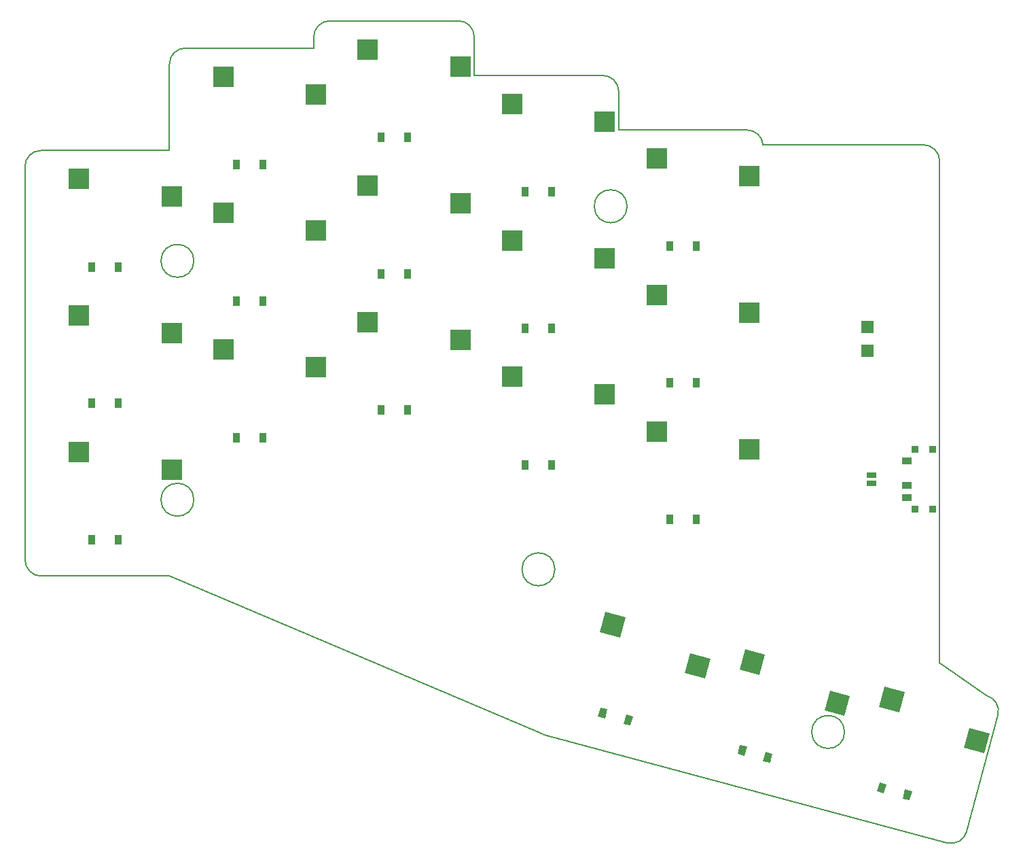
<source format=gbr>
G04 #@! TF.GenerationSoftware,KiCad,Pcbnew,5.1.5+dfsg1-2build2*
G04 #@! TF.CreationDate,2022-04-19T07:05:38+00:00*
G04 #@! TF.ProjectId,board,626f6172-642e-46b6-9963-61645f706362,v1.0.0*
G04 #@! TF.SameCoordinates,Original*
G04 #@! TF.FileFunction,Paste,Bot*
G04 #@! TF.FilePolarity,Positive*
%FSLAX46Y46*%
G04 Gerber Fmt 4.6, Leading zero omitted, Abs format (unit mm)*
G04 Created by KiCad (PCBNEW 5.1.5+dfsg1-2build2) date 2022-04-19 07:05:38*
%MOMM*%
%LPD*%
G04 APERTURE LIST*
G04 #@! TA.AperFunction,Profile*
%ADD10C,0.150000*%
G04 #@! TD*
%ADD11R,2.600000X2.600000*%
%ADD12R,0.900000X1.200000*%
%ADD13C,0.350000*%
%ADD14R,1.500000X1.500000*%
%ADD15R,1.143000X0.635000*%
%ADD16R,1.250000X0.900000*%
%ADD17R,0.900000X0.900000*%
G04 APERTURE END LIST*
D10*
X10000000Y-9500000D02*
X26000000Y-9500000D01*
X8000000Y-7500000D02*
X8000000Y41500000D01*
X10000000Y-9500000D02*
G75*
G02X8000000Y-7500000I0J2000000D01*
G01*
X26000000Y43500000D02*
X10000000Y43500000D01*
X8000000Y41500000D02*
G75*
G02X10000000Y43500000I2000000J0D01*
G01*
X44000000Y56250000D02*
X28000000Y56250000D01*
X26000000Y54250000D02*
G75*
G02X28000000Y56250000I2000000J0D01*
G01*
X26000000Y54250000D02*
X26000000Y43500000D01*
X64000000Y52850000D02*
X64000000Y57650000D01*
X62000000Y59650000D02*
G75*
G02X64000000Y57650000I0J-2000000D01*
G01*
X62000000Y59650000D02*
X46000000Y59650000D01*
X44000000Y57650000D02*
G75*
G02X46000000Y59650000I2000000J0D01*
G01*
X44000000Y57650000D02*
X44000000Y56250000D01*
X82000000Y46050000D02*
X82000000Y50850000D01*
X80000000Y52850000D02*
G75*
G02X82000000Y50850000I0J-2000000D01*
G01*
X80000000Y52850000D02*
X64000000Y52850000D01*
X98000000Y46050000D02*
G75*
G02X99994367Y44200000I0J-2000000D01*
G01*
X98000000Y46050000D02*
X82000000Y46050000D01*
X72707107Y-29274745D02*
X122935250Y-42733335D01*
X72707107Y-29274745D02*
G75*
G02X72197860Y-29059141I517638J1931852D01*
G01*
X125384739Y-41319122D02*
G75*
G02X122935250Y-42733335I-1931851J517638D01*
G01*
X125384740Y-41319122D02*
X129267025Y-26830234D01*
X127852812Y-24380745D02*
G75*
G02X129267025Y-26830234I-517638J-1931851D01*
G01*
X122000000Y-20297692D02*
X127852812Y-24380745D01*
X72197860Y-29059141D02*
X26000000Y-9500000D01*
X122000000Y-20297692D02*
X122000000Y42200000D01*
X120000000Y44200000D02*
G75*
G02X122000000Y42200000I0J-2000000D01*
G01*
X120000000Y44200000D02*
X99994367Y44200000D01*
X29050000Y29750000D02*
G75*
G03X29050000Y29750000I-2050000J0D01*
G01*
X29050000Y0D02*
G75*
G03X29050000Y0I-2050000J0D01*
G01*
X83050000Y36550000D02*
G75*
G03X83050000Y36550000I-2050000J0D01*
G01*
X74050000Y-8670000D02*
G75*
G03X74050000Y-8670000I-2050000J0D01*
G01*
X110153958Y-28924179D02*
G75*
G03X110153958Y-28924179I-2050000J0D01*
G01*
D11*
G04 #@! TO.C,S1*
X14725000Y5950000D03*
X26275000Y3750000D03*
G04 #@! TD*
D12*
G04 #@! TO.C,D1*
X19650000Y-5000000D03*
X16350000Y-5000000D03*
G04 #@! TD*
D11*
G04 #@! TO.C,S2*
X14725000Y22950000D03*
X26275000Y20750000D03*
G04 #@! TD*
D12*
G04 #@! TO.C,D2*
X19650000Y12000000D03*
X16350000Y12000000D03*
G04 #@! TD*
D11*
G04 #@! TO.C,S3*
X14725000Y39950000D03*
X26275000Y37750000D03*
G04 #@! TD*
D12*
G04 #@! TO.C,D3*
X19650000Y29000000D03*
X16350000Y29000000D03*
G04 #@! TD*
D11*
G04 #@! TO.C,S4*
X32725000Y18700000D03*
X44275000Y16500000D03*
G04 #@! TD*
D12*
G04 #@! TO.C,D4*
X37650000Y7750000D03*
X34350000Y7750000D03*
G04 #@! TD*
D11*
G04 #@! TO.C,S5*
X32725000Y35700000D03*
X44275000Y33500000D03*
G04 #@! TD*
D12*
G04 #@! TO.C,D5*
X37650000Y24750000D03*
X34350000Y24750000D03*
G04 #@! TD*
D11*
G04 #@! TO.C,S6*
X32725000Y52700000D03*
X44275000Y50500000D03*
G04 #@! TD*
D12*
G04 #@! TO.C,D6*
X37650000Y41750000D03*
X34350000Y41750000D03*
G04 #@! TD*
D11*
G04 #@! TO.C,S7*
X50725000Y22100000D03*
X62275000Y19900000D03*
G04 #@! TD*
D12*
G04 #@! TO.C,D7*
X55650000Y11150000D03*
X52350000Y11150000D03*
G04 #@! TD*
D11*
G04 #@! TO.C,S8*
X50725000Y39100000D03*
X62275000Y36900000D03*
G04 #@! TD*
D12*
G04 #@! TO.C,D8*
X55650000Y28150000D03*
X52350000Y28150000D03*
G04 #@! TD*
D11*
G04 #@! TO.C,S9*
X50725000Y56100000D03*
X62275000Y53900000D03*
G04 #@! TD*
D12*
G04 #@! TO.C,D9*
X55650000Y45150000D03*
X52350000Y45150000D03*
G04 #@! TD*
D11*
G04 #@! TO.C,S10*
X68725000Y15300000D03*
X80275000Y13100000D03*
G04 #@! TD*
D12*
G04 #@! TO.C,D10*
X73650000Y4350000D03*
X70350000Y4350000D03*
G04 #@! TD*
D11*
G04 #@! TO.C,S11*
X68725000Y32300000D03*
X80275000Y30100000D03*
G04 #@! TD*
D12*
G04 #@! TO.C,D11*
X73650000Y21350000D03*
X70350000Y21350000D03*
G04 #@! TD*
D11*
G04 #@! TO.C,S12*
X68725000Y49300000D03*
X80275000Y47100000D03*
G04 #@! TD*
D12*
G04 #@! TO.C,D12*
X73650000Y38350000D03*
X70350000Y38350000D03*
G04 #@! TD*
D11*
G04 #@! TO.C,S13*
X86725000Y8500000D03*
X98275000Y6300000D03*
G04 #@! TD*
D12*
G04 #@! TO.C,D13*
X91650000Y-2450000D03*
X88350000Y-2450000D03*
G04 #@! TD*
D11*
G04 #@! TO.C,S14*
X86725000Y25500000D03*
X98275000Y23300000D03*
G04 #@! TD*
D12*
G04 #@! TO.C,D14*
X91650000Y14550000D03*
X88350000Y14550000D03*
G04 #@! TD*
D11*
G04 #@! TO.C,S15*
X86725000Y42500000D03*
X98275000Y40300000D03*
G04 #@! TD*
D12*
G04 #@! TO.C,D15*
X91650000Y31550000D03*
X88350000Y31550000D03*
G04 #@! TD*
D13*
G04 #@! TO.C,S16*
G36*
X79677698Y-16493348D02*
G01*
X80350627Y-13981941D01*
X82862034Y-14654870D01*
X82189105Y-17166277D01*
X79677698Y-16493348D01*
G37*
G36*
X90264740Y-21607745D02*
G01*
X90937669Y-19096338D01*
X93449076Y-19769267D01*
X92776147Y-22280674D01*
X90264740Y-21607745D01*
G37*
G04 #@! TD*
G04 #@! TO.C,D16*
G36*
X82603020Y-27888737D02*
G01*
X82913603Y-26729626D01*
X83782936Y-26962563D01*
X83472353Y-28121674D01*
X82603020Y-27888737D01*
G37*
G36*
X79415464Y-27034637D02*
G01*
X79726047Y-25875526D01*
X80595380Y-26108463D01*
X80284797Y-27267574D01*
X79415464Y-27034637D01*
G37*
G04 #@! TD*
G04 #@! TO.C,S17*
G36*
X97064398Y-21152048D02*
G01*
X97737327Y-18640641D01*
X100248734Y-19313570D01*
X99575805Y-21824977D01*
X97064398Y-21152048D01*
G37*
G36*
X107651440Y-26266445D02*
G01*
X108324369Y-23755038D01*
X110835776Y-24427967D01*
X110162847Y-26939374D01*
X107651440Y-26266445D01*
G37*
G04 #@! TD*
G04 #@! TO.C,D17*
G36*
X99989720Y-32547537D02*
G01*
X100300303Y-31388426D01*
X101169636Y-31621363D01*
X100859053Y-32780474D01*
X99989720Y-32547537D01*
G37*
G36*
X96802164Y-31693437D02*
G01*
X97112747Y-30534326D01*
X97982080Y-30767263D01*
X97671497Y-31926374D01*
X96802164Y-31693437D01*
G37*
G04 #@! TD*
G04 #@! TO.C,S18*
G36*
X114451398Y-25810848D02*
G01*
X115124327Y-23299441D01*
X117635734Y-23972370D01*
X116962805Y-26483777D01*
X114451398Y-25810848D01*
G37*
G36*
X125038440Y-30925245D02*
G01*
X125711369Y-28413838D01*
X128222776Y-29086767D01*
X127549847Y-31598174D01*
X125038440Y-30925245D01*
G37*
G04 #@! TD*
G04 #@! TO.C,D18*
G36*
X117376820Y-37206237D02*
G01*
X117687403Y-36047126D01*
X118556736Y-36280063D01*
X118246153Y-37439174D01*
X117376820Y-37206237D01*
G37*
G36*
X114189264Y-36352137D02*
G01*
X114499847Y-35193026D01*
X115369180Y-35425963D01*
X115058597Y-36585074D01*
X114189264Y-36352137D01*
G37*
G04 #@! TD*
D14*
G04 #@! TO.C,PAD1*
X113000000Y18550000D03*
G04 #@! TD*
G04 #@! TO.C,PAD2*
X113000000Y21550000D03*
G04 #@! TD*
D15*
G04 #@! TO.C,J1*
X113500000Y3050380D03*
X113500000Y2049620D03*
G04 #@! TD*
D16*
G04 #@! TO.C,T2*
X117925000Y4800000D03*
X117925000Y1800000D03*
X117925000Y300000D03*
D17*
X121100000Y-1150000D03*
X118900000Y-1150000D03*
X118900000Y6250000D03*
X121100000Y6250000D03*
G04 #@! TD*
M02*

</source>
